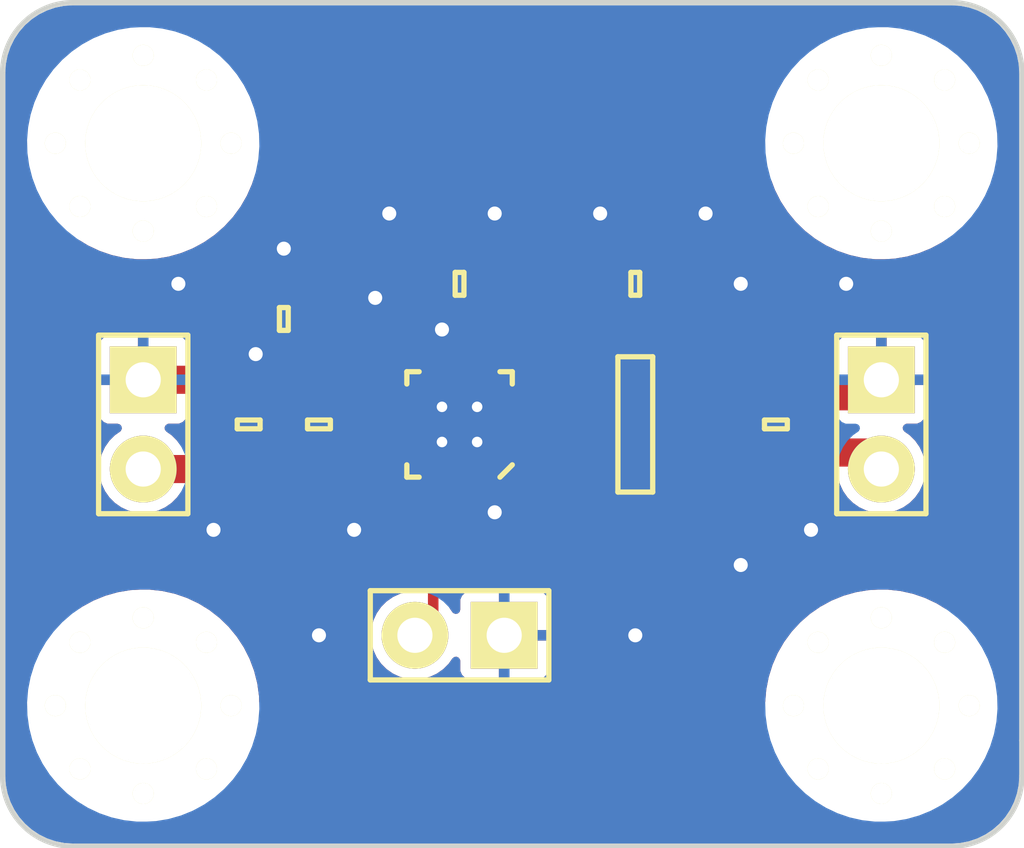
<source format=kicad_pcb>
(kicad_pcb (version 20221018) (generator pcbnew)
  (layers (0 "F.Cu" signal) (31 "B.Cu" signal) (34 "B.Paste" user) (35 "F.Paste" user) (36 "B.SilkS" user "B.Silkscreen") (37 "F.SilkS" user "F.Silkscreen") (38 "B.Mask" user) (39 "F.Mask" user) (44 "Edge.Cuts" user))
  (net 0 "")
  (net 1 "Net-(IC1-Pad1)")
  (net 2 "Net-(C4-Pad1)")
  (net 3 "Net-(IC1-Pad4)")
  (net 4 "Net-(C1-Pad1)")
  (net 5 "GND")
  (net 6 "Net-(IC1-Pad13)")
  (net 7 "Net-(IC1-Pad5)")
  (net 8 "Net-(C3-Pad1)")
  (footprint "agg:XFL4020" (layer "F.Cu") (at 131 90)
    (fp_text reference "L1")
    (fp_text value "2µ2")
    (fp_line (start -0.495 -1.925) (end 0.495 -1.925) (stroke (width 0.15)) (layer "F.SilkS"))
    (fp_line (start -0.495 1.925) (end -0.495 -1.925) (stroke (width 0.15)) (layer "F.SilkS"))
    (fp_line (start 0.495 -1.925) (end 0.495 1.925) (stroke (width 0.15)) (layer "F.SilkS"))
    (fp_line (start 0.495 1.925) (end -0.495 1.925) (stroke (width 0.15)) (layer "F.SilkS"))
    (pad "1" smd rect (at -1.185 0) (size 0.98 3.4) (layers "F.Cu" "F.Paste" "F.Mask") (net 1 "Net-(IC1-Pad1)"))
    (pad "2" smd rect (at 1.185 0) (size 0.98 3.4) (layers "F.Cu" "F.Paste" "F.Mask") (net 2 "Net-(C4-Pad1)"))
  )
  (footprint "agg:TESTPAD" (layer "F.Cu") (at 128.5 87)
    (fp_text reference "TP1" hide)
    (fp_text value "TESTPAD" hide)
    (pad "1" smd circle (at 0 0) (size 1 1) (layers "F.Cu" "F.Mask") (net 3 "Net-(IC1-Pad4)"))
  )
  (footprint "agg:SIL-254P-02" (layer "F.Cu") (at 117 90 -90)
    (fp_text reference "J1")
    (fp_text value "INPUT")
    (fp_line (start -2.54 -1.27) (end 2.54 -1.27) (stroke (width 0.15)) (layer "F.SilkS"))
    (fp_line (start -2.54 1.27) (end -2.54 -1.27) (stroke (width 0.15)) (layer "F.SilkS"))
    (fp_line (start 2.54 -1.27) (end 2.54 1.27) (stroke (width 0.15)) (layer "F.SilkS"))
    (fp_line (start 2.54 1.27) (end -2.54 1.27) (stroke (width 0.15)) (layer "F.SilkS"))
    (pad "1" thru_hole rect (at -1.27 0 270) (size 1.9 1.9) (drill 1) (layers "*.Cu" "*.Mask" "F.SilkS") (net 5 "GND"))
    (pad "2" thru_hole circle (at 1.27 0 270) (size 1.9 1.9) (drill 1) (layers "*.Cu" "*.Mask" "F.SilkS") (net 4 "Net-(C1-Pad1)"))
  )
  (footprint "agg:SIL-254P-02" (layer "F.Cu") (at 126 96 180)
    (fp_text reference "J2")
    (fp_text value "ENABLE")
    (fp_line (start -2.54 -1.27) (end 2.54 -1.27) (stroke (width 0.15)) (layer "F.SilkS"))
    (fp_line (start -2.54 1.27) (end -2.54 -1.27) (stroke (width 0.15)) (layer "F.SilkS"))
    (fp_line (start 2.54 -1.27) (end 2.54 1.27) (stroke (width 0.15)) (layer "F.SilkS"))
    (fp_line (start 2.54 1.27) (end -2.54 1.27) (stroke (width 0.15)) (layer "F.SilkS"))
    (pad "1" thru_hole rect (at -1.27 0 180) (size 1.9 1.9) (drill 1) (layers "*.Cu" "*.Mask" "F.SilkS") (net 5 "GND"))
    (pad "2" thru_hole circle (at 1.27 0 180) (size 1.9 1.9) (drill 1) (layers "*.Cu" "*.Mask" "F.SilkS") (net 6 "Net-(IC1-Pad13)"))
  )
  (footprint "agg:SIL-254P-02" (layer "F.Cu") (at 138 90 -90)
    (fp_text reference "J3")
    (fp_text value "OUTPUT")
    (fp_line (start -2.54 -1.27) (end 2.54 -1.27) (stroke (width 0.15)) (layer "F.SilkS"))
    (fp_line (start -2.54 1.27) (end -2.54 -1.27) (stroke (width 0.15)) (layer "F.SilkS"))
    (fp_line (start 2.54 -1.27) (end 2.54 1.27) (stroke (width 0.15)) (layer "F.SilkS"))
    (fp_line (start 2.54 1.27) (end -2.54 1.27) (stroke (width 0.15)) (layer "F.SilkS"))
    (pad "1" thru_hole rect (at -1.27 0 270) (size 1.9 1.9) (drill 1) (layers "*.Cu" "*.Mask" "F.SilkS") (net 5 "GND"))
    (pad "2" thru_hole circle (at 1.27 0 270) (size 1.9 1.9) (drill 1) (layers "*.Cu" "*.Mask" "F.SilkS") (net 2 "Net-(C4-Pad1)"))
  )
  (footprint "agg:QFN-16-EP-TI" (layer "F.Cu") (at 126 90 180)
    (fp_text reference "IC1")
    (fp_text value "TPS62130")
    (fp_line (start -1.5 -1.15) (end -1.15 -1.5) (stroke (width 0.15)) (layer "F.SilkS"))
    (fp_line (start -1.5 1.5) (end -1.5 1.15) (stroke (width 0.15)) (layer "F.SilkS"))
    (fp_line (start -1.15 1.5) (end -1.5 1.5) (stroke (width 0.15)) (layer "F.SilkS"))
    (fp_line (start 1.15 -1.5) (end 1.5 -1.5) (stroke (width 0.15)) (layer "F.SilkS"))
    (fp_line (start 1.15 1.5) (end 1.5 1.5) (stroke (width 0.15)) (layer "F.SilkS"))
    (fp_line (start 1.5 -1.5) (end 1.5 -1.15) (stroke (width 0.15)) (layer "F.SilkS"))
    (fp_line (start 1.5 1.5) (end 1.5 1.15) (stroke (width 0.15)) (layer "F.SilkS"))
    (pad "1" smd rect (at -1.4 -0.75 180) (size 0.6 0.25) (layers "F.Cu" "F.Paste" "F.Mask") (net 1 "Net-(IC1-Pad1)"))
    (pad "2" smd rect (at -1.4 -0.25 180) (size 0.6 0.25) (layers "F.Cu" "F.Paste" "F.Mask") (net 1 "Net-(IC1-Pad1)"))
    (pad "3" smd rect (at -1.4 0.25 180) (size 0.6 0.25) (layers "F.Cu" "F.Paste" "F.Mask") (net 1 "Net-(IC1-Pad1)"))
    (pad "4" smd rect (at -1.4 0.75 180) (size 0.6 0.25) (layers "F.Cu" "F.Paste" "F.Mask") (net 3 "Net-(IC1-Pad4)"))
    (pad "5" smd rect (at -0.75 1.4 180) (size 0.25 0.6) (layers "F.Cu" "F.Paste" "F.Mask") (net 7 "Net-(IC1-Pad5)"))
    (pad "6" smd rect (at -0.25 1.4 180) (size 0.25 0.6) (layers "F.Cu" "F.Paste" "F.Mask") (net 5 "GND"))
    (pad "7" smd rect (at 0.25 1.4 180) (size 0.25 0.6) (layers "F.Cu" "F.Paste" "F.Mask") (net 5 "GND"))
    (pad "8" smd rect (at 0.75 1.4 180) (size 0.25 0.6) (layers "F.Cu" "F.Paste" "F.Mask") (net 5 "GND"))
    (pad "9" smd rect (at 1.4 0.75 180) (size 0.6 0.25) (layers "F.Cu" "F.Paste" "F.Mask") (net 8 "Net-(C3-Pad1)"))
    (pad "10" smd rect (at 1.4 0.25 180) (size 0.6 0.25) (layers "F.Cu" "F.Paste" "F.Mask") (net 4 "Net-(C1-Pad1)"))
    (pad "11" smd rect (at 1.4 -0.25 180) (size 0.6 0.25) (layers "F.Cu" "F.Paste" "F.Mask") (net 4 "Net-(C1-Pad1)"))
    (pad "12" smd rect (at 1.4 -0.75 180) (size 0.6 0.25) (layers "F.Cu" "F.Paste" "F.Mask") (net 4 "Net-(C1-Pad1)"))
    (pad "13" smd rect (at 0.75 -1.4 180) (size 0.25 0.6) (layers "F.Cu" "F.Paste" "F.Mask") (net 6 "Net-(IC1-Pad13)"))
    (pad "14" smd rect (at 0.25 -1.4 180) (size 0.25 0.6) (layers "F.Cu" "F.Paste" "F.Mask") (net 2 "Net-(C4-Pad1)"))
    (pad "15" smd rect (at -0.25 -1.4 180) (size 0.25 0.6) (layers "F.Cu" "F.Paste" "F.Mask") (net 5 "GND"))
    (pad "16" smd rect (at -0.75 -1.4 180) (size 0.25 0.6) (layers "F.Cu" "F.Paste" "F.Mask") (net 5 "GND"))
    (pad "EP" thru_hole circle (at -0.5 -0.5 180) (size 0.7 0.7) (drill 0.3) (layers "*.Cu") (net 5 "GND"))
    (pad "EP" thru_hole circle (at -0.5 0.5 180) (size 0.7 0.7) (drill 0.3) (layers "*.Cu") (net 5 "GND"))
    (pad "EP" smd rect (at 0 0 180) (size 1.7 1.7) (layers "F.Cu" "F.Mask") (net 5 "GND"))
    (pad "EP" thru_hole circle (at 0.5 -0.5 180) (size 0.7 0.7) (drill 0.3) (layers "*.Cu") (net 5 "GND"))
    (pad "EP" thru_hole circle (at 0.5 0.5 180) (size 0.7 0.7) (drill 0.3) (layers "*.Cu") (net 5 "GND"))
  )
  (footprint "agg:0603" (layer "F.Cu") (at 120 90 90)
    (fp_text reference "C1")
    (fp_text value "10µ")
    (fp_line (start -0.125 -0.325) (end 0.125 -0.325) (stroke (width 0.15)) (layer "F.SilkS"))
    (fp_line (start -0.125 0.325) (end -0.125 -0.325) (stroke (width 0.15)) (layer "F.SilkS"))
    (fp_line (start 0.125 -0.325) (end 0.125 0.325) (stroke (width 0.15)) (layer "F.SilkS"))
    (fp_line (start 0.125 0.325) (end -0.125 0.325) (stroke (width 0.15)) (layer "F.SilkS"))
    (pad "1" smd rect (at -0.8 0 90) (size 0.95 1) (layers "F.Cu" "F.Paste" "F.Mask") (net 4 "Net-(C1-Pad1)"))
    (pad "2" smd rect (at 0.8 0 90) (size 0.95 1) (layers "F.Cu" "F.Paste" "F.Mask") (net 5 "GND"))
  )
  (footprint "agg:0603" (layer "F.Cu") (at 122 90 90)
    (fp_text reference "C2")
    (fp_text value "100n")
    (fp_line (start -0.125 -0.325) (end 0.125 -0.325) (stroke (width 0.15)) (layer "F.SilkS"))
    (fp_line (start -0.125 0.325) (end -0.125 -0.325) (stroke (width 0.15)) (layer "F.SilkS"))
    (fp_line (start 0.125 -0.325) (end 0.125 0.325) (stroke (width 0.15)) (layer "F.SilkS"))
    (fp_line (start 0.125 0.325) (end -0.125 0.325) (stroke (width 0.15)) (layer "F.SilkS"))
    (pad "1" smd rect (at -0.8 0 90) (size 0.95 1) (layers "F.Cu" "F.Paste" "F.Mask") (net 4 "Net-(C1-Pad1)"))
    (pad "2" smd rect (at 0.8 0 90) (size 0.95 1) (layers "F.Cu" "F.Paste" "F.Mask") (net 5 "GND"))
  )
  (footprint "agg:0603" (layer "F.Cu") (at 121 87 180)
    (fp_text reference "C3")
    (fp_text value "DNP")
    (fp_line (start -0.125 -0.325) (end 0.125 -0.325) (stroke (width 0.15)) (layer "F.SilkS"))
    (fp_line (start -0.125 0.325) (end -0.125 -0.325) (stroke (width 0.15)) (layer "F.SilkS"))
    (fp_line (start 0.125 -0.325) (end 0.125 0.325) (stroke (width 0.15)) (layer "F.SilkS"))
    (fp_line (start 0.125 0.325) (end -0.125 0.325) (stroke (width 0.15)) (layer "F.SilkS"))
    (pad "1" smd rect (at -0.8 0 180) (size 0.95 1) (layers "F.Cu" "F.Paste" "F.Mask") (net 8 "Net-(C3-Pad1)"))
    (pad "2" smd rect (at 0.8 0 180) (size 0.95 1) (layers "F.Cu" "F.Paste" "F.Mask") (net 5 "GND"))
  )
  (footprint "agg:0603" (layer "F.Cu") (at 135 90 90)
    (fp_text reference "C4")
    (fp_text value "10µ")
    (fp_line (start -0.125 -0.325) (end 0.125 -0.325) (stroke (width 0.15)) (layer "F.SilkS"))
    (fp_line (start -0.125 0.325) (end -0.125 -0.325) (stroke (width 0.15)) (layer "F.SilkS"))
    (fp_line (start 0.125 -0.325) (end 0.125 0.325) (stroke (width 0.15)) (layer "F.SilkS"))
    (fp_line (start 0.125 0.325) (end -0.125 0.325) (stroke (width 0.15)) (layer "F.SilkS"))
    (pad "1" smd rect (at -0.8 0 90) (size 0.95 1) (layers "F.Cu" "F.Paste" "F.Mask") (net 2 "Net-(C4-Pad1)"))
    (pad "2" smd rect (at 0.8 0 90) (size 0.95 1) (layers "F.Cu" "F.Paste" "F.Mask") (net 5 "GND"))
  )
  (footprint "agg:0603" (layer "F.Cu") (at 131 86 180)
    (fp_text reference "R1")
    (fp_text value "DNP")
    (fp_line (start -0.125 -0.325) (end 0.125 -0.325) (stroke (width 0.15)) (layer "F.SilkS"))
    (fp_line (start -0.125 0.325) (end -0.125 -0.325) (stroke (width 0.15)) (layer "F.SilkS"))
    (fp_line (start 0.125 -0.325) (end 0.125 0.325) (stroke (width 0.15)) (layer "F.SilkS"))
    (fp_line (start 0.125 0.325) (end -0.125 0.325) (stroke (width 0.15)) (layer "F.SilkS"))
    (pad "1" smd rect (at -0.8 0 180) (size 0.95 1) (layers "F.Cu" "F.Paste" "F.Mask") (net 2 "Net-(C4-Pad1)"))
    (pad "2" smd rect (at 0.8 0 180) (size 0.95 1) (layers "F.Cu" "F.Paste" "F.Mask") (net 7 "Net-(IC1-Pad5)"))
  )
  (footprint "agg:0603" (layer "F.Cu") (at 126 86 180)
    (fp_text reference "R2")
    (fp_text value "DNP")
    (fp_line (start -0.125 -0.325) (end 0.125 -0.325) (stroke (width 0.15)) (layer "F.SilkS"))
    (fp_line (start -0.125 0.325) (end -0.125 -0.325) (stroke (width 0.15)) (layer "F.SilkS"))
    (fp_line (start 0.125 -0.325) (end 0.125 0.325) (stroke (width 0.15)) (layer "F.SilkS"))
    (fp_line (start 0.125 0.325) (end -0.125 0.325) (stroke (width 0.15)) (layer "F.SilkS"))
    (pad "1" smd rect (at -0.8 0 180) (size 0.95 1) (layers "F.Cu" "F.Paste" "F.Mask") (net 7 "Net-(IC1-Pad5)"))
    (pad "2" smd rect (at 0.8 0 180) (size 0.95 1) (layers "F.Cu" "F.Paste" "F.Mask") (net 5 "GND"))
  )
  (footprint "agg:M3_MOUNT" (layer "F.Cu") (at 117 82)
    (fp_text reference "REF**" hide)
    (fp_text value "M3_MOUNT" hide)
    (pad "" np_thru_hole circle (at -2.5 0) (size 0.6 0.6) (drill 0.6) (layers "*.Cu" "*.Mask" "F.SilkS"))
    (pad "" np_thru_hole circle (at -1.8 -1.8) (size 0.6 0.6) (drill 0.6) (layers "*.Cu" "*.Mask" "F.SilkS"))
    (pad "" np_thru_hole circle (at -1.8 1.8) (size 0.6 0.6) (drill 0.6) (layers "*.Cu" "*.Mask" "F.SilkS"))
    (pad "" np_thru_hole circle (at 0 -2.5) (size 0.6 0.6) (drill 0.6) (layers "*.Cu" "*.Mask" "F.SilkS"))
    (pad "" np_thru_hole circle (at 0 0) (size 3.3 3.3) (drill 3.3) (layers "*.Cu" "*.Mask" "F.SilkS") (clearance 1.65))
    (pad "" np_thru_hole circle (at 0 2.5) (size 0.6 0.6) (drill 0.6) (layers "*.Cu" "*.Mask" "F.SilkS"))
    (pad "" np_thru_hole circle (at 1.8 -1.8) (size 0.6 0.6) (drill 0.6) (layers "*.Cu" "*.Mask" "F.SilkS"))
    (pad "" np_thru_hole circle (at 1.8 1.8) (size 0.6 0.6) (drill 0.6) (layers "*.Cu" "*.Mask" "F.SilkS"))
    (pad "" np_thru_hole circle (at 2.5 0) (size 0.6 0.6) (drill 0.6) (layers "*.Cu" "*.Mask" "F.SilkS"))
  )
  (footprint "agg:M3_MOUNT" (layer "F.Cu") (at 138 82)
    (fp_text reference "REF**" hide)
    (fp_text value "M3_MOUNT" hide)
    (pad "" np_thru_hole circle (at -2.5 0) (size 0.6 0.6) (drill 0.6) (layers "*.Cu" "*.Mask" "F.SilkS"))
    (pad "" np_thru_hole circle (at -1.8 -1.8) (size 0.6 0.6) (drill 0.6) (layers "*.Cu" "*.Mask" "F.SilkS"))
    (pad "" np_thru_hole circle (at -1.8 1.8) (size 0.6 0.6) (drill 0.6) (layers "*.Cu" "*.Mask" "F.SilkS"))
    (pad "" np_thru_hole circle (at 0 -2.5) (size 0.6 0.6) (drill 0.6) (layers "*.Cu" "*.Mask" "F.SilkS"))
    (pad "" np_thru_hole circle (at 0 0) (size 3.3 3.3) (drill 3.3) (layers "*.Cu" "*.Mask" "F.SilkS") (clearance 1.65))
    (pad "" np_thru_hole circle (at 0 2.5) (size 0.6 0.6) (drill 0.6) (layers "*.Cu" "*.Mask" "F.SilkS"))
    (pad "" np_thru_hole circle (at 1.8 -1.8) (size 0.6 0.6) (drill 0.6) (layers "*.Cu" "*.Mask" "F.SilkS"))
    (pad "" np_thru_hole circle (at 1.8 1.8) (size 0.6 0.6) (drill 0.6) (layers "*.Cu" "*.Mask" "F.SilkS"))
    (pad "" np_thru_hole circle (at 2.5 0) (size 0.6 0.6) (drill 0.6) (layers "*.Cu" "*.Mask" "F.SilkS"))
  )
  (footprint "agg:M3_MOUNT" (layer "F.Cu") (at 138 98)
    (fp_text reference "REF**" hide)
    (fp_text value "M3_MOUNT" hide)
    (pad "" np_thru_hole circle (at -2.5 0) (size 0.6 0.6) (drill 0.6) (layers "*.Cu" "*.Mask" "F.SilkS"))
    (pad "" np_thru_hole circle (at -1.8 -1.8) (size 0.6 0.6) (drill 0.6) (layers "*.Cu" "*.Mask" "F.SilkS"))
    (pad "" np_thru_hole circle (at -1.8 1.8) (size 0.6 0.6) (drill 0.6) (layers "*.Cu" "*.Mask" "F.SilkS"))
    (pad "" np_thru_hole circle (at 0 -2.5) (size 0.6 0.6) (drill 0.6) (layers "*.Cu" "*.Mask" "F.SilkS"))
    (pad "" np_thru_hole circle (at 0 0) (size 3.3 3.3) (drill 3.3) (layers "*.Cu" "*.Mask" "F.SilkS") (clearance 1.65))
    (pad "" np_thru_hole circle (at 0 2.5) (size 0.6 0.6) (drill 0.6) (layers "*.Cu" "*.Mask" "F.SilkS"))
    (pad "" np_thru_hole circle (at 1.8 -1.8) (size 0.6 0.6) (drill 0.6) (layers "*.Cu" "*.Mask" "F.SilkS"))
    (pad "" np_thru_hole circle (at 1.8 1.8) (size 0.6 0.6) (drill 0.6) (layers "*.Cu" "*.Mask" "F.SilkS"))
    (pad "" np_thru_hole circle (at 2.5 0) (size 0.6 0.6) (drill 0.6) (layers "*.Cu" "*.Mask" "F.SilkS"))
  )
  (footprint "agg:M3_MOUNT" (layer "F.Cu") (at 117 98)
    (fp_text reference "REF**" hide)
    (fp_text value "M3_MOUNT" hide)
    (pad "" np_thru_hole circle (at -2.5 0) (size 0.6 0.6) (drill 0.6) (layers "*.Cu" "*.Mask" "F.SilkS"))
    (pad "" np_thru_hole circle (at -1.8 -1.8) (size 0.6 0.6) (drill 0.6) (layers "*.Cu" "*.Mask" "F.SilkS"))
    (pad "" np_thru_hole circle (at -1.8 1.8) (size 0.6 0.6) (drill 0.6) (layers "*.Cu" "*.Mask" "F.SilkS"))
    (pad "" np_thru_hole circle (at 0 -2.5) (size 0.6 0.6) (drill 0.6) (layers "*.Cu" "*.Mask" "F.SilkS"))
    (pad "" np_thru_hole circle (at 0 0) (size 3.3 3.3) (drill 3.3) (layers "*.Cu" "*.Mask" "F.SilkS") (clearance 1.65))
    (pad "" np_thru_hole circle (at 0 2.5) (size 0.6 0.6) (drill 0.6) (layers "*.Cu" "*.Mask" "F.SilkS"))
    (pad "" np_thru_hole circle (at 1.8 -1.8) (size 0.6 0.6) (drill 0.6) (layers "*.Cu" "*.Mask" "F.SilkS"))
    (pad "" np_thru_hole circle (at 1.8 1.8) (size 0.6 0.6) (drill 0.6) (layers "*.Cu" "*.Mask" "F.SilkS"))
    (pad "" np_thru_hole circle (at 2.5 0) (size 0.6 0.6) (drill 0.6) (layers "*.Cu" "*.Mask" "F.SilkS"))
  )
  (gr_line (start 142 99) (end 142 99) (stroke (width 0.15)) (layer "Edge.Cuts"))
  (gr_line (start 142 100) (end 142 100) (stroke (width 0.15)) (layer "Edge.Cuts"))
  (gr_line (start 115 102) (end 115 102) (stroke (width 0.15)) (layer "Edge.Cuts"))
  (gr_line (start 113 80) (end 113 80) (stroke (width 0.15)) (layer "Edge.Cuts"))
  (gr_arc (start 142 100) (mid 141.414214 101.414214) (end 140 102) (stroke (width 0.15)) (layer "Edge.Cuts"))
  (gr_line (start 113 100) (end 113 80) (stroke (width 0.15)) (layer "Edge.Cuts"))
  (gr_arc (start 113 80) (mid 113.585786 78.585786) (end 115 78) (stroke (width 0.15)) (layer "Edge.Cuts"))
  (gr_line (start 142 99) (end 142 100) (stroke (width 0.15)) (layer "Edge.Cuts"))
  (gr_line (start 140 102) (end 115 102) (stroke (width 0.15)) (layer "Edge.Cuts"))
  (gr_arc (start 140 78) (mid 141.414214 78.585786) (end 142 80) (stroke (width 0.15)) (layer "Edge.Cuts"))
  (gr_line (start 142 80) (end 142 99) (stroke (width 0.15)) (layer "Edge.Cuts"))
  (gr_line (start 115 78) (end 140 78) (stroke (width 0.15)) (layer "Edge.Cuts"))
  (gr_arc (start 115 102) (mid 113.585786 101.414214) (end 113 100) (stroke (width 0.15)) (layer "Edge.Cuts"))
  (gr_text "GND" (at 128 98 90) (layer "F.Cu") (effects (font (size 1 1) (thickness 0.2)) (justify right)))
  (gr_text "+ INPUT -" (at 114 90 90) (layer "F.Cu") (effects (font (size 1 1) (thickness 0.2))))
  (gr_text "+ OUTPUT -" (at 141 90 90) (layer "F.Cu") (effects (font (size 1 1) (thickness 0.2))))
  (gr_text "AG r1 6/7/17" (at 127.5 81.5) (layer "F.Cu") (effects (font (size 1 1) (thickness 0.2))))
  (gr_text "TPS62130 EVAL" (at 127.5 79.5) (layer "F.Cu") (effects (font (size 1.3 1.3) (thickness 0.25))))
  (gr_text "EN" (at 125 98 90) (layer "F.Cu") (effects (font (size 1 1) (thickness 0.2)) (justify right)))
  (gr_text "1" (at 128.3 92) (layer "F.Cu") (effects (font (size 0.8 0.8) (thickness 0.2))))
  (segment (start 128.3 90) (end 128.3 90.3) (width 0.3) (layer "F.Cu") (net 1))
  (segment (start 128.3 90.3) (end 128.3 90.6) (width 0.3) (layer "F.Cu") (net 1))
  (segment (start 128.3 90.6) (end 128.15 90.75) (width 0.3) (layer "F.Cu") (net 1))
  (segment (start 129.515 90.3) (end 129.815 90) (width 0.5) (layer "F.Cu") (net 1))
  (segment (start 128.15 90.75) (end 127.4 90.75) (width 0.3) (layer "F.Cu") (net 1))
  (segment (start 127.4 89.75) (end 128.05 89.75) (width 0.3) (layer "F.Cu") (net 1))
  (segment (start 127.4 90.25) (end 128.25 90.25) (width 0.3) (layer "F.Cu") (net 1))
  (segment (start 128.25 90.25) (end 128.3 90.3) (width 0.3) (layer "F.Cu") (net 1))
  (segment (start 128.05 89.75) (end 128.3 90) (width 0.3) (layer "F.Cu") (net 1))
  (segment (start 128.3 90.3) (end 129.515 90.3) (width 0.5) (layer "F.Cu") (net 1))
  (segment (start 132.185 86.385) (end 131.8 86) (width 0.3) (layer "F.Cu") (net 2))
  (segment (start 125.75 91.4) (end 125.75 93.05) (width 0.3) (layer "F.Cu") (net 2))
  (segment (start 132.185 92.915) (end 132.185 90) (width 0.3) (layer "F.Cu") (net 2))
  (segment (start 135 90.8) (end 137.53 90.8) (width 0.8) (layer "F.Cu") (net 2))
  (segment (start 125.75 93.05) (end 126.4 93.7) (width 0.3) (layer "F.Cu") (net 2))
  (segment (start 126.4 93.7) (end 131.4 93.7) (width 0.3) (layer "F.Cu") (net 2))
  (segment (start 135 90.8) (end 132.7 90.8) (width 0.8) (layer "F.Cu") (net 2))
  (segment (start 137.53 90.8) (end 138 91.27) (width 0.8) (layer "F.Cu") (net 2))
  (segment (start 131.4 93.7) (end 132.185 92.915) (width 0.3) (layer "F.Cu") (net 2))
  (segment (start 132.185 90.285) (end 132.7 90.8) (width 0.3) (layer "F.Cu") (net 2))
  (segment (start 132.185 90) (end 132.185 90.285) (width 0.3) (layer "F.Cu") (net 2))
  (segment (start 132.185 90) (end 132.185 86.385) (width 0.3) (layer "F.Cu") (net 2))
  (segment (start 127.4 89.25) (end 128.25 89.25) (width 0.3) (layer "F.Cu") (net 3))
  (segment (start 128.25 89.25) (end 128.5 89) (width 0.3) (layer "F.Cu") (net 3))
  (segment (start 128.5 89) (end 128.5 87) (width 0.3) (layer "F.Cu") (net 3))
  (segment (start 117 91.27) (end 119.53 91.27) (width 0.8) (layer "F.Cu") (net 4))
  (segment (start 124.6 89.75) (end 123.75 89.75) (width 0.3) (layer "F.Cu") (net 4))
  (segment (start 123.75 89.75) (end 123.75 90.25) (width 0.3) (layer "F.Cu") (net 4))
  (segment (start 123.75 90.25) (end 123.6 90.4) (width 0.3) (layer "F.Cu") (net 4))
  (segment (start 124.6 90.25) (end 123.75 90.25) (width 0.3) (layer "F.Cu") (net 4))
  (segment (start 119.53 91.27) (end 120 90.8) (width 0.8) (layer "F.Cu") (net 4))
  (segment (start 124.6 90.75) (end 123.65 90.75) (width 0.3) (layer "F.Cu") (net 4))
  (segment (start 120 90.8) (end 122 90.8) (width 0.8) (layer "F.Cu") (net 4))
  (segment (start 123.65 90.75) (end 123.6 90.8) (width 0.3) (layer "F.Cu") (net 4))
  (segment (start 122 90.8) (end 123.6 90.8) (width 0.8) (layer "F.Cu") (net 4))
  (segment (start 123.6 90.4) (end 123.6 90.8) (width 0.3) (layer "F.Cu") (net 4))
  (segment (start 126.6 92.5) (end 127 92.5) (width 0.3) (layer "F.Cu") (net 5))
  (segment (start 125.25 86.05) (end 125.2 86) (width 0.3) (layer "F.Cu") (net 5))
  (segment (start 120.2 87) (end 120.2 88) (width 0.8) (layer "F.Cu") (net 5))
  (segment (start 138 87) (end 138 88.73) (width 0.3) (layer "F.Cu") (net 5))
  (segment (start 126.75 91.4) (end 126.75 92.25) (width 0.3) (layer "F.Cu") (net 5))
  (segment (start 125.75 87.55) (end 125.5 87.3) (width 0.3) (layer "F.Cu") (net 5))
  (segment (start 126.75 92.25) (end 127 92.5) (width 0.3) (layer "F.Cu") (net 5))
  (segment (start 125.5 87.3) (end 124.5 87.3) (width 0.3) (layer "F.Cu") (net 5))
  (segment (start 125.5 87.3) (end 125.2 87) (width 0.3) (layer "F.Cu") (net 5))
  (segment (start 125.2 87) (end 125.2 86) (width 0.3) (layer "F.Cu") (net 5))
  (segment (start 122 96) (end 122 94) (width 0.3) (layer "F.Cu") (net 5))
  (segment (start 126.25 92.15) (end 126.6 92.5) (width 0.3) (layer "F.Cu") (net 5))
  (segment (start 126.25 91.4) (end 126.25 92.15) (width 0.3) (layer "F.Cu") (net 5))
  (segment (start 126.25 88.6) (end 126.25 88.05) (width 0.3) (layer "F.Cu") (net 5))
  (segment (start 133 85) (end 134 86) (width 0.3) (layer "F.Cu") (net 5))
  (segment (start 134 94) (end 135 93) (width 0.3) (layer "F.Cu") (net 5))
  (segment (start 135 89.2) (end 137.53 89.2) (width 0.8) (layer "F.Cu") (net 5))
  (segment (start 119.53 88.73) (end 120 89.2) (width 0.8) (layer "F.Cu") (net 5))
  (segment (start 133 84) (end 133 85) (width 0.3) (layer "F.Cu") (net 5))
  (segment (start 127 84) (end 130 84) (width 0.3) (layer "F.Cu") (net 5))
  (segment (start 117 87) (end 118 86) (width 0.3) (layer "F.Cu") (net 5))
  (segment (start 117 88.73) (end 117 87) (width 0.3) (layer "F.Cu") (net 5))
  (segment (start 135 93) (end 136 93) (width 0.3) (layer "F.Cu") (net 5))
  (segment (start 120.2 88) (end 120.2 89) (width 0.8) (layer "F.Cu") (net 5))
  (segment (start 124.5 87.3) (end 123.6 86.4) (width 0.3) (layer "F.Cu") (net 5))
  (segment (start 137.53 89.2) (end 138 88.73) (width 0.8) (layer "F.Cu") (net 5))
  (segment (start 120.2 89) (end 120 89.2) (width 0.8) (layer "F.Cu") (net 5))
  (segment (start 120 88.2) (end 120.2 88) (width 0.5) (layer "F.Cu") (net 5))
  (segment (start 120 89.2) (end 122 89.2) (width 0.8) (layer "F.Cu") (net 5))
  (segment (start 122 94) (end 123 93) (width 0.3) (layer "F.Cu") (net 5))
  (segment (start 123 85) (end 124 84) (width 0.3) (layer "F.Cu") (net 5))
  (segment (start 126.25 88.05) (end 125.5 87.3) (width 0.3) (layer "F.Cu") (net 5))
  (segment (start 127.27 96) (end 131 96) (width 0.3) (layer "F.Cu") (net 5))
  (segment (start 120 89.2) (end 120 88.2) (width 0.5) (layer "F.Cu") (net 5))
  (segment (start 125.25 88.6) (end 125.25 86.05) (width 0.3) (layer "F.Cu") (net 5))
  (segment (start 121 85) (end 123 85) (width 0.3) (layer "F.Cu") (net 5))
  (segment (start 125.75 88.6) (end 125.75 87.55) (width 0.3) (layer "F.Cu") (net 5))
  (segment (start 137 86) (end 138 87) (width 0.3) (layer "F.Cu") (net 5))
  (segment (start 117 88.73) (end 119.53 88.73) (width 0.8) (layer "F.Cu") (net 5))
  (via (at 127 84) (size 0.8) (drill 0.4) (layers "F.Cu" "B.Cu") (net 5))
  (via (at 123 93) (size 0.8) (drill 0.4) (layers "F.Cu" "B.Cu") (net 5))
  (via (at 118 86) (size 0.8) (drill 0.4) (layers "F.Cu" "B.Cu") (net 5))
  (via (at 127 92.5) (size 0.8) (drill 0.4) (layers "F.Cu" "B.Cu") (net 5))
  (via (at 130 84) (size 0.8) (drill 0.4) (layers "F.Cu" "B.Cu") (net 5))
  (via (at 136 93) (size 0.8) (drill 0.4) (layers "F.Cu" "B.Cu") (net 5))
  (via (at 134 94) (size 0.8) (drill 0.4) (layers "F.Cu" "B.Cu") (net 5))
  (via (at 134 86) (size 0.8) (drill 0.4) (layers "F.Cu" "B.Cu") (net 5))
  (via (at 120.2 88) (size 0.8) (drill 0.4) (layers "F.Cu" "B.Cu") (net 5))
  (via (at 119 93) (size 0.8) (drill 0.4) (layers "F.Cu" "B.Cu") (net 5))
  (via (at 125.5 87.3) (size 0.8) (drill 0.4) (layers "F.Cu" "B.Cu") (net 5))
  (via (at 137 86) (size 0.8) (drill 0.4) (layers "F.Cu" "B.Cu") (net 5))
  (via (at 122 96) (size 0.8) (drill 0.4) (layers "F.Cu" "B.Cu") (net 5))
  (via (at 123.6 86.4) (size 0.8) (drill 0.4) (layers "F.Cu" "B.Cu") (net 5))
  (via (at 121 85) (size 0.8) (drill 0.4) (layers "F.Cu" "B.Cu") (net 5))
  (via (at 131 96) (size 0.8) (drill 0.4) (layers "F.Cu" "B.Cu") (net 5))
  (via (at 133 84) (size 0.8) (drill 0.4) (layers "F.Cu" "B.Cu") (net 5))
  (via (at 124 84) (size 0.8) (drill 0.4) (layers "F.Cu" "B.Cu") (net 5))
  (segment (start 123 98) (end 122 97) (width 0.3) (layer "B.Cu") (net 5))
  (segment (start 132 96) (end 134 94) (width 0.3) (layer "B.Cu") (net 5))
  (segment (start 127.27 97.73) (end 127 98) (width 0.3) (layer "B.Cu") (net 5))
  (segment (start 122 97) (end 122 96) (width 0.3) (layer "B.Cu") (net 5))
  (segment (start 118 86) (end 119 85) (width 0.3) (layer "B.Cu") (net 5))
  (segment (start 130 84) (end 133 84) (width 0.3) (layer "B.Cu") (net 5))
  (segment (start 131 96) (end 132 96) (width 0.3) (layer "B.Cu") (net 5))
  (segment (start 134 86) (end 137 86) (width 0.3) (layer "B.Cu") (net 5))
  (segment (start 124 84) (end 127 84) (width 0.3) (layer "B.Cu") (net 5))
  (segment (start 123 93) (end 119 93) (width 0.3) (layer "B.Cu") (net 5))
  (segment (start 127.27 96) (end 127.27 97.73) (width 0.3) (layer "B.Cu") (net 5))
  (segment (start 127 98) (end 123 98) (width 0.3) (layer "B.Cu") (net 5))
  (segment (start 119 85) (end 121 85) (width 0.3) (layer "B.Cu") (net 5))
  (segment (start 125.25 91.4) (end 125.25 95.48) (width 0.3) (layer "F.Cu") (net 6))
  (segment (start 125.25 95.48) (end 124.73 96) (width 0.3) (layer "F.Cu") (net 6))
  (segment (start 126.75 86.05) (end 126.8 86) (width 0.3) (layer "F.Cu") (net 7))
  (segment (start 126.75 88.6) (end 126.75 86.05) (width 0.3) (layer "F.Cu") (net 7))
  (segment (start 130.2 86) (end 126.8 86) (width 0.3) (layer "F.Cu") (net 7))
  (segment (start 123.2 87.5) (end 122.7 87) (width 0.3) (layer "F.Cu") (net 8))
  (segment (start 122.7 87) (end 121.8 87) (width 0.3) (layer "F.Cu") (net 8))
  (segment (start 123.2 88.9) (end 123.2 87.5) (width 0.3) (layer "F.Cu") (net 8))
  (segment (start 124.6 89.25) (end 123.55 89.25) (width 0.3) (layer "F.Cu") (net 8))
  (segment (start 123.55 89.25) (end 123.2 88.9) (width 0.3) (layer "F.Cu") (net 8))
  (zone (net 5) (net_name "GND") (layer "F.Cu") (connect_pads (clearance 0.3)) (min_thickness 0.25) (fill yes (thermal_gap 0.3) (thermal_bridge_width 0.3))
    (polygon (pts (xy 115 83) (xy 140 83) (xy 140 98) (xy 115 98)))
    (polygon (pts (xy 127.4 86.4) (xy 132.6 86.4) (xy 132.6 93.2) (xy 127.4 93.2)))
  )
  (zone (net 5) (net_name "GND") (layer "B.Cu") (connect_pads (clearance 0.3)) (min_thickness 0.25) (fill yes (thermal_gap 0.3) (thermal_bridge_width 0.3))
    (polygon (pts (xy 113 78) (xy 142 78) (xy 142 102) (xy 113 102)))
  )
)
</source>
